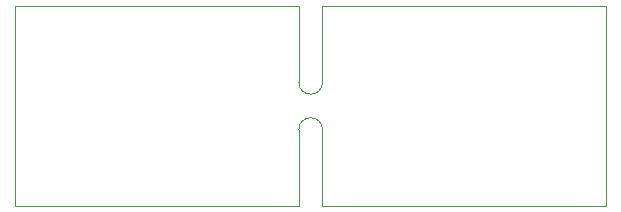
<source format=gbr>
%TF.GenerationSoftware,KiCad,Pcbnew,5.1.6-c6e7f7d~87~ubuntu18.04.1*%
%TF.CreationDate,2020-08-02T20:24:30+02:00*%
%TF.ProjectId,SKnob,534b6e6f-622e-46b6-9963-61645f706362,1.0*%
%TF.SameCoordinates,Original*%
%TF.FileFunction,Profile,NP*%
%FSLAX46Y46*%
G04 Gerber Fmt 4.6, Leading zero omitted, Abs format (unit mm)*
G04 Created by KiCad (PCBNEW 5.1.6-c6e7f7d~87~ubuntu18.04.1) date 2020-08-02 20:24:30*
%MOMM*%
%LPD*%
G01*
G04 APERTURE LIST*
%TA.AperFunction,Profile*%
%ADD10C,0.100000*%
%TD*%
G04 APERTURE END LIST*
D10*
X129000000Y-78500000D02*
X129000000Y-72000000D01*
X127000000Y-78500000D02*
X127000000Y-72000000D01*
X127000000Y-82500000D02*
G75*
G02*
X129000000Y-82500000I1000000J0D01*
G01*
X129000000Y-78500000D02*
G75*
G02*
X127000000Y-78500000I-1000000J0D01*
G01*
X103000000Y-89000000D02*
X103000000Y-72000000D01*
X127000000Y-89000000D02*
X103000000Y-89000000D01*
X127000000Y-89000000D02*
X127000000Y-82500000D01*
X129000000Y-89000000D02*
X129000000Y-82500000D01*
X129000000Y-72000000D02*
X153000000Y-72000000D01*
X153000000Y-72000000D02*
X153000000Y-89000000D01*
X153000000Y-89000000D02*
X129000000Y-89000000D01*
X103000000Y-72000000D02*
X127000000Y-72000000D01*
M02*

</source>
